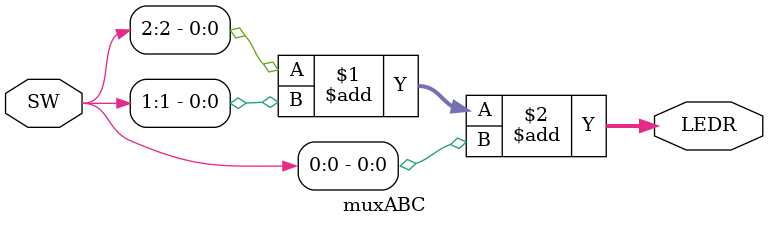
<source format=sv>
module muxABC(
input [2:0] SW,
output [1:0]LEDR
);
assign {LEDR[1], LEDR[0]} = SW[2]+SW[1]+SW[0];
endmodule




</source>
